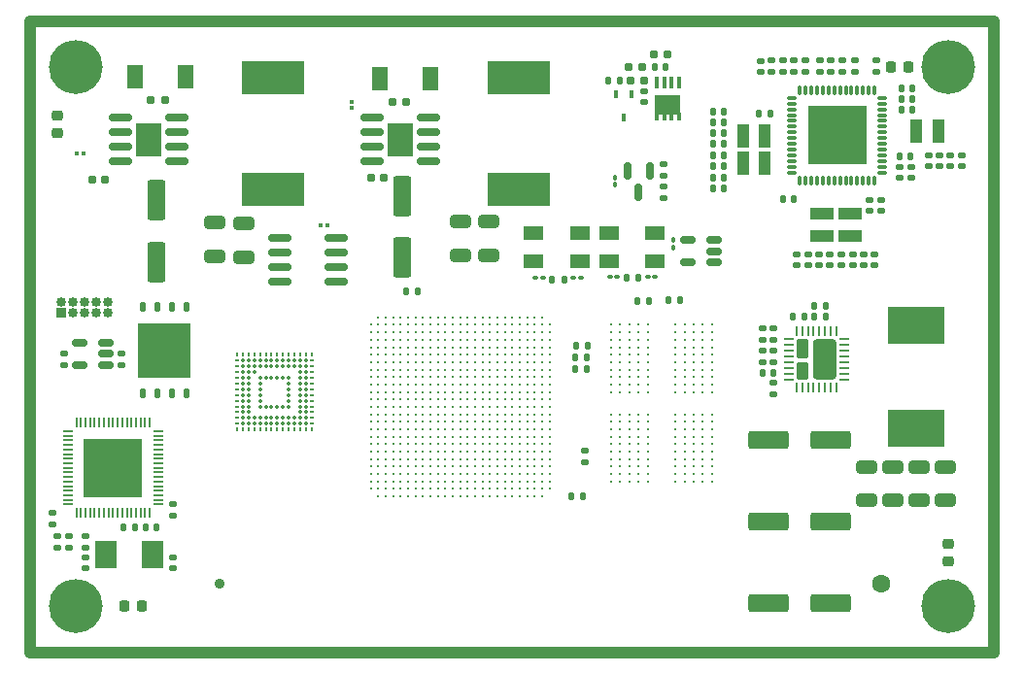
<source format=gbr>
%TF.GenerationSoftware,KiCad,Pcbnew,7.99.0-2419-g7f14b70ac3*%
%TF.CreationDate,2023-09-02T02:09:12+02:00*%
%TF.ProjectId,DQBSC,44514253-432e-46b6-9963-61645f706362,rev?*%
%TF.SameCoordinates,Original*%
%TF.FileFunction,Soldermask,Top*%
%TF.FilePolarity,Negative*%
%FSLAX46Y46*%
G04 Gerber Fmt 4.6, Leading zero omitted, Abs format (unit mm)*
G04 Created by KiCad (PCBNEW 7.99.0-2419-g7f14b70ac3) date 2023-09-02 02:09:12*
%MOMM*%
%LPD*%
G01*
G04 APERTURE LIST*
G04 Aperture macros list*
%AMRoundRect*
0 Rectangle with rounded corners*
0 $1 Rounding radius*
0 $2 $3 $4 $5 $6 $7 $8 $9 X,Y pos of 4 corners*
0 Add a 4 corners polygon primitive as box body*
4,1,4,$2,$3,$4,$5,$6,$7,$8,$9,$2,$3,0*
0 Add four circle primitives for the rounded corners*
1,1,$1+$1,$2,$3*
1,1,$1+$1,$4,$5*
1,1,$1+$1,$6,$7*
1,1,$1+$1,$8,$9*
0 Add four rect primitives between the rounded corners*
20,1,$1+$1,$2,$3,$4,$5,0*
20,1,$1+$1,$4,$5,$6,$7,0*
20,1,$1+$1,$6,$7,$8,$9,0*
20,1,$1+$1,$8,$9,$2,$3,0*%
G04 Aperture macros list end*
%ADD10C,1.000000*%
%ADD11RoundRect,0.135000X0.185000X-0.135000X0.185000X0.135000X-0.185000X0.135000X-0.185000X-0.135000X0*%
%ADD12R,0.850000X0.850000*%
%ADD13O,0.850000X0.850000*%
%ADD14RoundRect,0.135000X-0.135000X-0.185000X0.135000X-0.185000X0.135000X0.185000X-0.135000X0.185000X0*%
%ADD15RoundRect,0.125000X-0.125000X0.262500X-0.125000X-0.262500X0.125000X-0.262500X0.125000X0.262500X0*%
%ADD16R,4.600000X4.700000*%
%ADD17RoundRect,0.150000X0.512500X0.150000X-0.512500X0.150000X-0.512500X-0.150000X0.512500X-0.150000X0*%
%ADD18RoundRect,0.140000X-0.170000X0.140000X-0.170000X-0.140000X0.170000X-0.140000X0.170000X0.140000X0*%
%ADD19RoundRect,0.140000X0.140000X0.170000X-0.140000X0.170000X-0.140000X-0.170000X0.140000X-0.170000X0*%
%ADD20R,5.400000X2.900000*%
%ADD21RoundRect,0.135000X-0.185000X0.135000X-0.185000X-0.135000X0.185000X-0.135000X0.185000X0.135000X0*%
%ADD22RoundRect,0.140000X0.170000X-0.140000X0.170000X0.140000X-0.170000X0.140000X-0.170000X-0.140000X0*%
%ADD23R,2.000000X1.100000*%
%ADD24RoundRect,0.140000X-0.140000X-0.170000X0.140000X-0.170000X0.140000X0.170000X-0.140000X0.170000X0*%
%ADD25RoundRect,0.150000X-0.150000X0.587500X-0.150000X-0.587500X0.150000X-0.587500X0.150000X0.587500X0*%
%ADD26RoundRect,0.062500X-0.375000X-0.062500X0.375000X-0.062500X0.375000X0.062500X-0.375000X0.062500X0*%
%ADD27RoundRect,0.062500X-0.062500X-0.375000X0.062500X-0.375000X0.062500X0.375000X-0.062500X0.375000X0*%
%ADD28RoundRect,0.106599X0.418401X0.723401X-0.418401X0.723401X-0.418401X-0.723401X0.418401X-0.723401X0*%
%ADD29RoundRect,0.106599X0.418401X0.633401X-0.418401X0.633401X-0.418401X-0.633401X0.418401X-0.633401X0*%
%ADD30RoundRect,0.200000X0.785000X-1.540000X0.785000X1.540000X-0.785000X1.540000X-0.785000X-1.540000X0*%
%ADD31C,0.270000*%
%ADD32RoundRect,0.150000X-0.825000X-0.150000X0.825000X-0.150000X0.825000X0.150000X-0.825000X0.150000X0*%
%ADD33R,2.290000X3.000000*%
%ADD34RoundRect,0.160000X0.197500X0.160000X-0.197500X0.160000X-0.197500X-0.160000X0.197500X-0.160000X0*%
%ADD35RoundRect,0.250000X-0.650000X0.325000X-0.650000X-0.325000X0.650000X-0.325000X0.650000X0.325000X0*%
%ADD36RoundRect,0.135000X0.135000X0.185000X-0.135000X0.185000X-0.135000X-0.185000X0.135000X-0.185000X0*%
%ADD37R,1.100000X2.000000*%
%ADD38R,1.400000X2.100000*%
%ADD39RoundRect,0.225000X0.225000X0.250000X-0.225000X0.250000X-0.225000X-0.250000X0.225000X-0.250000X0*%
%ADD40RoundRect,0.100000X-0.100000X0.130000X-0.100000X-0.130000X0.100000X-0.130000X0.100000X0.130000X0*%
%ADD41RoundRect,0.250000X1.500000X0.550000X-1.500000X0.550000X-1.500000X-0.550000X1.500000X-0.550000X0*%
%ADD42RoundRect,0.100000X-0.130000X-0.100000X0.130000X-0.100000X0.130000X0.100000X-0.130000X0.100000X0*%
%ADD43O,0.200000X0.350000*%
%ADD44O,0.350000X0.200000*%
%ADD45C,0.350000*%
%ADD46RoundRect,0.100000X0.130000X0.100000X-0.130000X0.100000X-0.130000X-0.100000X0.130000X-0.100000X0*%
%ADD47C,3.100000*%
%ADD48C,4.700000*%
%ADD49RoundRect,0.225000X0.250000X-0.225000X0.250000X0.225000X-0.250000X0.225000X-0.250000X-0.225000X0*%
%ADD50RoundRect,0.250000X-0.550000X1.500000X-0.550000X-1.500000X0.550000X-1.500000X0.550000X1.500000X0*%
%ADD51R,4.950000X3.175000*%
%ADD52C,0.330200*%
%ADD53RoundRect,0.067500X-0.357500X-0.067500X0.357500X-0.067500X0.357500X0.067500X-0.357500X0.067500X0*%
%ADD54RoundRect,0.067500X-0.067500X0.357500X-0.067500X-0.357500X0.067500X-0.357500X0.067500X0.357500X0*%
%ADD55R,5.060000X5.200000*%
%ADD56RoundRect,0.225000X-0.225000X-0.250000X0.225000X-0.250000X0.225000X0.250000X-0.225000X0.250000X0*%
%ADD57R,0.405000X0.990000*%
%ADD58R,2.235000X1.725000*%
%ADD59R,0.406250X0.760000*%
%ADD60R,1.900000X2.400000*%
%ADD61R,0.360000X0.320000*%
%ADD62RoundRect,0.100000X0.100000X-0.130000X0.100000X0.130000X-0.100000X0.130000X-0.100000X-0.130000X0*%
%ADD63RoundRect,0.050000X0.362500X0.050000X-0.362500X0.050000X-0.362500X-0.050000X0.362500X-0.050000X0*%
%ADD64RoundRect,0.050000X0.050000X0.362500X-0.050000X0.362500X-0.050000X-0.362500X0.050000X-0.362500X0*%
%ADD65R,5.200000X5.200000*%
%ADD66R,0.320000X0.360000*%
%ADD67RoundRect,0.225000X-0.250000X0.225000X-0.250000X-0.225000X0.250000X-0.225000X0.250000X0.225000X0*%
%ADD68R,1.800000X1.200000*%
%ADD69RoundRect,0.155000X-0.212500X-0.155000X0.212500X-0.155000X0.212500X0.155000X-0.212500X0.155000X0*%
%ADD70R,0.450000X0.700000*%
%ADD71RoundRect,0.155000X0.212500X0.155000X-0.212500X0.155000X-0.212500X-0.155000X0.212500X-0.155000X0*%
%ADD72C,1.600000*%
%ADD73C,0.900000*%
G04 APERTURE END LIST*
D10*
X57565481Y-77545014D02*
X141565481Y-77545014D01*
X141565481Y-132545014D01*
X57565481Y-132545014D01*
X57565481Y-77545014D01*
D11*
%TO.C,R49*%
X59543462Y-121380028D03*
X59543462Y-120360028D03*
%TD*%
D12*
%TO.C,J2*%
X60309281Y-102983614D03*
D13*
X60309281Y-101983614D03*
X61309281Y-102983614D03*
X61309281Y-101983614D03*
X62309281Y-102983614D03*
X62309281Y-101983614D03*
X63309281Y-102983614D03*
X63309281Y-101983614D03*
X64309281Y-102983614D03*
X64309281Y-101983614D03*
%TD*%
D14*
%TO.C,R70*%
X104723000Y-118960000D03*
X105743000Y-118960000D03*
%TD*%
D15*
%TO.C,U6*%
X71181000Y-102462400D03*
X69911000Y-102462400D03*
X68641000Y-102462400D03*
X67371000Y-102462400D03*
X67371000Y-109962400D03*
X68641000Y-109962400D03*
X69911000Y-109962400D03*
X71181000Y-109962400D03*
D16*
X69276000Y-106212400D03*
%TD*%
D17*
%TO.C,U12*%
X117182200Y-98538400D03*
X117182200Y-97588400D03*
X117182200Y-96638400D03*
X114907200Y-96638400D03*
X114907200Y-98538400D03*
%TD*%
D18*
%TO.C,C308*%
X122343462Y-109070028D03*
X122343462Y-110030028D03*
%TD*%
D19*
%TO.C,C290*%
X124120000Y-93030400D03*
X123160000Y-93030400D03*
%TD*%
D11*
%TO.C,R27*%
X122318462Y-105355028D03*
X122318462Y-104335028D03*
%TD*%
D18*
%TO.C,C191*%
X62393462Y-124280028D03*
X62393462Y-125240028D03*
%TD*%
D20*
%TO.C,L11*%
X100153000Y-82487000D03*
X100153000Y-92187000D03*
%TD*%
D19*
%TO.C,C234*%
X118023462Y-92112527D03*
X117063462Y-92112527D03*
%TD*%
D18*
%TO.C,C328*%
X60943462Y-122445014D03*
X60943462Y-123405014D03*
%TD*%
%TO.C,C237*%
X129243462Y-97877528D03*
X129243462Y-98837528D03*
%TD*%
D21*
%TO.C,R40*%
X62380962Y-122385014D03*
X62380962Y-123405014D03*
%TD*%
D22*
%TO.C,C321*%
X111093000Y-84608000D03*
X111093000Y-83648000D03*
%TD*%
D11*
%TO.C,R81*%
X129458462Y-81970028D03*
X129458462Y-80950028D03*
%TD*%
D18*
%TO.C,C238*%
X130193462Y-97877528D03*
X130193462Y-98837528D03*
%TD*%
%TO.C,C242*%
X137780000Y-89230400D03*
X137780000Y-90190400D03*
%TD*%
%TO.C,C281*%
X130755962Y-93090028D03*
X130755962Y-94050028D03*
%TD*%
D23*
%TO.C,L25*%
X126593462Y-94325028D03*
X126593462Y-96225028D03*
%TD*%
D24*
%TO.C,C283*%
X133505962Y-85270028D03*
X134465962Y-85270028D03*
%TD*%
D25*
%TO.C,U11*%
X111540481Y-90557514D03*
X109640481Y-90557514D03*
X110590481Y-92432514D03*
%TD*%
D26*
%TO.C,U2*%
X123655962Y-105270028D03*
X123655962Y-105770028D03*
X123655962Y-106270028D03*
X123655962Y-106770028D03*
X123655962Y-107270028D03*
X123655962Y-107770028D03*
X123655962Y-108270028D03*
X123655962Y-108770028D03*
D27*
X124343462Y-109457528D03*
X124843462Y-109457528D03*
X125343462Y-109457528D03*
X125843462Y-109457528D03*
X126343462Y-109457528D03*
X126843462Y-109457528D03*
X127343462Y-109457528D03*
X127843462Y-109457528D03*
D26*
X128530962Y-108770028D03*
X128530962Y-108270028D03*
X128530962Y-107770028D03*
X128530962Y-107270028D03*
X128530962Y-106770028D03*
X128530962Y-106270028D03*
X128530962Y-105770028D03*
X128530962Y-105270028D03*
D27*
X127843462Y-104582528D03*
X127343462Y-104582528D03*
X126843462Y-104582528D03*
X126343462Y-104582528D03*
X125843462Y-104582528D03*
X125343462Y-104582528D03*
X124843462Y-104582528D03*
X124343462Y-104582528D03*
D28*
X124878462Y-106110028D03*
D29*
X124878462Y-108020028D03*
D30*
X126848462Y-107020028D03*
%TD*%
D19*
%TO.C,C309*%
X122373462Y-108170028D03*
X121413462Y-108170028D03*
%TD*%
D11*
%TO.C,R32*%
X122318462Y-107280028D03*
X122318462Y-106260028D03*
%TD*%
D31*
%TO.C,U3*%
X108195000Y-104005400D03*
X108995000Y-104005400D03*
X109795000Y-104005400D03*
X110595000Y-104005400D03*
X111395000Y-104005400D03*
X113795000Y-104005400D03*
X114595000Y-104005400D03*
X115395000Y-104005400D03*
X116195000Y-104005400D03*
X116995000Y-104005400D03*
X108195000Y-117005400D03*
X108995000Y-117005400D03*
X109795000Y-117005400D03*
X110595000Y-117005400D03*
X111395000Y-117005400D03*
X113795000Y-117005400D03*
X114595000Y-117005400D03*
X115395000Y-117005400D03*
X116195000Y-117005400D03*
X116995000Y-117005400D03*
X108195000Y-117655400D03*
X108995000Y-117655400D03*
X109795000Y-117655400D03*
X110595000Y-117655400D03*
X111395000Y-117655400D03*
X113795000Y-117655400D03*
X114595000Y-117655400D03*
X115395000Y-117655400D03*
X116195000Y-117655400D03*
X116995000Y-117655400D03*
X108195000Y-104655400D03*
X108995000Y-104655400D03*
X109795000Y-104655400D03*
X110595000Y-104655400D03*
X111395000Y-104655400D03*
X113795000Y-104655400D03*
X114595000Y-104655400D03*
X115395000Y-104655400D03*
X116195000Y-104655400D03*
X116995000Y-104655400D03*
X108195000Y-105305400D03*
X108995000Y-105305400D03*
X109795000Y-105305400D03*
X110595000Y-105305400D03*
X111395000Y-105305400D03*
X113795000Y-105305400D03*
X114595000Y-105305400D03*
X115395000Y-105305400D03*
X116195000Y-105305400D03*
X116995000Y-105305400D03*
X108195000Y-105955400D03*
X108995000Y-105955400D03*
X109795000Y-105955400D03*
X110595000Y-105955400D03*
X111395000Y-105955400D03*
X113795000Y-105955400D03*
X114595000Y-105955400D03*
X115395000Y-105955400D03*
X116195000Y-105955400D03*
X116995000Y-105955400D03*
X108195000Y-106605400D03*
X108995000Y-106605400D03*
X109795000Y-106605400D03*
X110595000Y-106605400D03*
X111395000Y-106605400D03*
X113795000Y-106605400D03*
X114595000Y-106605400D03*
X115395000Y-106605400D03*
X116195000Y-106605400D03*
X116995000Y-106605400D03*
X108195000Y-107255400D03*
X108995000Y-107255400D03*
X109795000Y-107255400D03*
X110595000Y-107255400D03*
X111395000Y-107255400D03*
X113795000Y-107255400D03*
X114595000Y-107255400D03*
X115395000Y-107255400D03*
X116195000Y-107255400D03*
X116995000Y-107255400D03*
X108195000Y-107905400D03*
X108995000Y-107905400D03*
X109795000Y-107905400D03*
X110595000Y-107905400D03*
X111395000Y-107905400D03*
X113795000Y-107905400D03*
X114595000Y-107905400D03*
X115395000Y-107905400D03*
X116195000Y-107905400D03*
X116995000Y-107905400D03*
X108195000Y-108555400D03*
X108995000Y-108555400D03*
X109795000Y-108555400D03*
X110595000Y-108555400D03*
X111395000Y-108555400D03*
X113795000Y-108555400D03*
X114595000Y-108555400D03*
X115395000Y-108555400D03*
X116195000Y-108555400D03*
X116995000Y-108555400D03*
X108195000Y-109205400D03*
X108995000Y-109205400D03*
X109795000Y-109205400D03*
X110595000Y-109205400D03*
X111395000Y-109205400D03*
X113795000Y-109205400D03*
X114595000Y-109205400D03*
X115395000Y-109205400D03*
X116195000Y-109205400D03*
X116995000Y-109205400D03*
X108195000Y-109855400D03*
X108995000Y-109855400D03*
X109795000Y-109855400D03*
X110595000Y-109855400D03*
X111395000Y-109855400D03*
X113795000Y-109855400D03*
X114595000Y-109855400D03*
X115395000Y-109855400D03*
X116195000Y-109855400D03*
X116995000Y-109855400D03*
X108195000Y-111805400D03*
X108995000Y-111805400D03*
X109795000Y-111805400D03*
X110595000Y-111805400D03*
X111395000Y-111805400D03*
X113795000Y-111805400D03*
X114595000Y-111805400D03*
X115395000Y-111805400D03*
X116195000Y-111805400D03*
X116995000Y-111805400D03*
X108195000Y-112455400D03*
X108995000Y-112455400D03*
X109795000Y-112455400D03*
X110595000Y-112455400D03*
X111395000Y-112455400D03*
X113795000Y-112455400D03*
X114595000Y-112455400D03*
X115395000Y-112455400D03*
X116195000Y-112455400D03*
X116995000Y-112455400D03*
X108195000Y-113105400D03*
X108995000Y-113105400D03*
X109795000Y-113105400D03*
X110595000Y-113105400D03*
X111395000Y-113105400D03*
X113795000Y-113105400D03*
X114595000Y-113105400D03*
X115395000Y-113105400D03*
X116195000Y-113105400D03*
X116995000Y-113105400D03*
X108195000Y-113755400D03*
X108995000Y-113755400D03*
X109795000Y-113755400D03*
X110595000Y-113755400D03*
X111395000Y-113755400D03*
X113795000Y-113755400D03*
X114595000Y-113755400D03*
X115395000Y-113755400D03*
X116195000Y-113755400D03*
X116995000Y-113755400D03*
X108195000Y-114405400D03*
X108995000Y-114405400D03*
X109795000Y-114405400D03*
X110595000Y-114405400D03*
X111395000Y-114405400D03*
X113795000Y-114405400D03*
X114595000Y-114405400D03*
X115395000Y-114405400D03*
X116195000Y-114405400D03*
X116995000Y-114405400D03*
X108195000Y-115055400D03*
X108995000Y-115055400D03*
X109795000Y-115055400D03*
X110595000Y-115055400D03*
X111395000Y-115055400D03*
X113795000Y-115055400D03*
X114595000Y-115055400D03*
X115395000Y-115055400D03*
X116195000Y-115055400D03*
X116995000Y-115055400D03*
X108195000Y-115705400D03*
X108995000Y-115705400D03*
X109795000Y-115705400D03*
X110595000Y-115705400D03*
X111395000Y-115705400D03*
X113795000Y-115705400D03*
X114595000Y-115705400D03*
X115395000Y-115705400D03*
X116195000Y-115705400D03*
X116995000Y-115705400D03*
X108195000Y-116355400D03*
X108995000Y-116355400D03*
X109795000Y-116355400D03*
X110595000Y-116355400D03*
X111395000Y-116355400D03*
X113795000Y-116355400D03*
X114595000Y-116355400D03*
X115395000Y-116355400D03*
X116195000Y-116355400D03*
X116995000Y-116355400D03*
%TD*%
D32*
%TO.C,U9*%
X65420000Y-85940000D03*
X65420000Y-87210000D03*
X65420000Y-88480000D03*
X65420000Y-89750000D03*
X70370000Y-89750000D03*
X70370000Y-88480000D03*
X70370000Y-87210000D03*
X70370000Y-85940000D03*
D33*
X67895000Y-87845000D03*
%TD*%
D34*
%TO.C,R36*%
X111090500Y-82728000D03*
X109895500Y-82728000D03*
%TD*%
D21*
%TO.C,R57*%
X124143462Y-80935028D03*
X124143462Y-81955028D03*
%TD*%
D35*
%TO.C,C53*%
X130443462Y-116370028D03*
X130443462Y-119320028D03*
%TD*%
D36*
%TO.C,R12*%
X111503000Y-101924200D03*
X110483000Y-101924200D03*
%TD*%
D35*
%TO.C,C71*%
X76150000Y-95133000D03*
X76150000Y-98083000D03*
%TD*%
D37*
%TO.C,L15*%
X121568462Y-87525028D03*
X119668462Y-87525028D03*
%TD*%
D38*
%TO.C,D3*%
X71111000Y-82384000D03*
X66711000Y-82384000D03*
%TD*%
D32*
%TO.C,U26*%
X79315000Y-96455400D03*
X79315000Y-97725400D03*
X79315000Y-98995400D03*
X79315000Y-100265400D03*
X84265000Y-100265400D03*
X84265000Y-98995400D03*
X84265000Y-97725400D03*
X84265000Y-96455400D03*
%TD*%
D39*
%TO.C,C3*%
X134115481Y-81545014D03*
X132565481Y-81545014D03*
%TD*%
D40*
%TO.C,C198*%
X113611800Y-96638400D03*
X113611800Y-97278400D03*
%TD*%
D19*
%TO.C,C232*%
X118023462Y-90175861D03*
X117063462Y-90175861D03*
%TD*%
D11*
%TO.C,R23*%
X123193462Y-81955028D03*
X123193462Y-80935028D03*
%TD*%
D41*
%TO.C,C54*%
X127293462Y-121170028D03*
X121893462Y-121170028D03*
%TD*%
D37*
%TO.C,L24*%
X134818462Y-87125028D03*
X136718462Y-87125028D03*
%TD*%
D35*
%TO.C,C77*%
X95073000Y-95006000D03*
X95073000Y-97956000D03*
%TD*%
D19*
%TO.C,C231*%
X118023462Y-89207528D03*
X117063462Y-89207528D03*
%TD*%
D18*
%TO.C,C282*%
X131705962Y-93090028D03*
X131705962Y-94050028D03*
%TD*%
%TO.C,C288*%
X128318462Y-80965028D03*
X128318462Y-81925028D03*
%TD*%
D42*
%TO.C,C196*%
X111390000Y-99783000D03*
X112030000Y-99783000D03*
%TD*%
D22*
%TO.C,C313*%
X65565481Y-107495014D03*
X65565481Y-106535014D03*
%TD*%
D37*
%TO.C,L22*%
X121568462Y-89925028D03*
X119668462Y-89925028D03*
%TD*%
D43*
%TO.C,U4*%
X75600000Y-106625000D03*
X76100000Y-106625000D03*
X76600000Y-106625000D03*
X77100000Y-106625000D03*
X77600000Y-106625000D03*
X78100000Y-106625000D03*
X78600000Y-106625000D03*
X79100000Y-106625000D03*
X79600000Y-106625000D03*
X80100000Y-106625000D03*
X80600000Y-106625000D03*
X81100000Y-106625000D03*
X81600000Y-106625000D03*
X82100000Y-106625000D03*
D44*
X75600000Y-107125000D03*
D45*
X76100000Y-107125000D03*
X76600000Y-107125000D03*
X77100000Y-107125000D03*
X77600000Y-107125000D03*
X78100000Y-107125000D03*
X78600000Y-107125000D03*
X79100000Y-107125000D03*
X79600000Y-107125000D03*
X80100000Y-107125000D03*
X80600000Y-107125000D03*
X81100000Y-107125000D03*
X81600000Y-107125000D03*
D44*
X82100000Y-107125000D03*
X75600000Y-107625000D03*
D45*
X76100000Y-107625000D03*
X76600000Y-107625000D03*
X77100000Y-107625000D03*
X77600000Y-107625000D03*
X78100000Y-107625000D03*
X78600000Y-107625000D03*
X79100000Y-107625000D03*
X79600000Y-107625000D03*
X80100000Y-107625000D03*
X80600000Y-107625000D03*
X81100000Y-107625000D03*
X81600000Y-107625000D03*
D44*
X82100000Y-107625000D03*
X75600000Y-108125000D03*
D45*
X76100000Y-108125000D03*
X76600000Y-108125000D03*
X77100000Y-108125000D03*
X81100000Y-108125000D03*
X81600000Y-108125000D03*
D44*
X82100000Y-108125000D03*
X75600000Y-108625000D03*
D45*
X76100000Y-108625000D03*
X76600000Y-108625000D03*
X77600000Y-108625000D03*
X78100000Y-108625000D03*
X78600000Y-108625000D03*
X79100000Y-108625000D03*
X79600000Y-108625000D03*
X80100000Y-108625000D03*
X81100000Y-108625000D03*
X81600000Y-108625000D03*
D44*
X82100000Y-108625000D03*
X75600000Y-109125000D03*
D45*
X76100000Y-109125000D03*
X76600000Y-109125000D03*
X77600000Y-109125000D03*
X80100000Y-109125000D03*
X81100000Y-109125000D03*
X81600000Y-109125000D03*
D44*
X82100000Y-109125000D03*
X75600000Y-109625000D03*
D45*
X76100000Y-109625000D03*
X76600000Y-109625000D03*
X77600000Y-109625000D03*
X80100000Y-109625000D03*
X81100000Y-109625000D03*
X81600000Y-109625000D03*
D44*
X82100000Y-109625000D03*
X75600000Y-110125000D03*
D45*
X76100000Y-110125000D03*
X76600000Y-110125000D03*
X77600000Y-110125000D03*
X80100000Y-110125000D03*
X81100000Y-110125000D03*
X81600000Y-110125000D03*
D44*
X82100000Y-110125000D03*
X75600000Y-110625000D03*
D45*
X76100000Y-110625000D03*
X76600000Y-110625000D03*
X77600000Y-110625000D03*
X80100000Y-110625000D03*
X81100000Y-110625000D03*
X81600000Y-110625000D03*
D44*
X82100000Y-110625000D03*
X75600000Y-111125000D03*
D45*
X76100000Y-111125000D03*
X76600000Y-111125000D03*
X77600000Y-111125000D03*
X78100000Y-111125000D03*
X78600000Y-111125000D03*
X79100000Y-111125000D03*
X79600000Y-111125000D03*
X80100000Y-111125000D03*
X81100000Y-111125000D03*
X81600000Y-111125000D03*
D44*
X82100000Y-111125000D03*
X75600000Y-111625000D03*
D45*
X76100000Y-111625000D03*
X76600000Y-111625000D03*
X81100000Y-111625000D03*
X81600000Y-111625000D03*
D44*
X82100000Y-111625000D03*
X75600000Y-112125000D03*
D45*
X76100000Y-112125000D03*
X76600000Y-112125000D03*
X77100000Y-112125000D03*
X77600000Y-112125000D03*
X78100000Y-112125000D03*
X78600000Y-112125000D03*
X79100000Y-112125000D03*
X79600000Y-112125000D03*
X80100000Y-112125000D03*
X80600000Y-112125000D03*
X81100000Y-112125000D03*
X81600000Y-112125000D03*
D44*
X82100000Y-112125000D03*
X75600000Y-112625000D03*
D45*
X76100000Y-112625000D03*
X76600000Y-112625000D03*
X77100000Y-112625000D03*
X77600000Y-112625000D03*
X78100000Y-112625000D03*
X78600000Y-112625000D03*
X79100000Y-112625000D03*
X79600000Y-112625000D03*
X80100000Y-112625000D03*
X80600000Y-112625000D03*
X81100000Y-112625000D03*
X81600000Y-112625000D03*
D44*
X82100000Y-112625000D03*
D43*
X75600000Y-113125000D03*
X76100000Y-113125000D03*
X76600000Y-113125000D03*
X77100000Y-113125000D03*
X77600000Y-113125000D03*
X78100000Y-113125000D03*
X78600000Y-113125000D03*
X79100000Y-113125000D03*
X79600000Y-113125000D03*
X80100000Y-113125000D03*
X80600000Y-113125000D03*
X81100000Y-113125000D03*
X81600000Y-113125000D03*
X82100000Y-113125000D03*
%TD*%
D21*
%TO.C,R24*%
X122193462Y-80935028D03*
X122193462Y-81955028D03*
%TD*%
D41*
%TO.C,C46*%
X127293462Y-114070028D03*
X121893462Y-114070028D03*
%TD*%
D34*
%TO.C,C62*%
X90336500Y-84543000D03*
X89141500Y-84543000D03*
%TD*%
D38*
%TO.C,D4*%
X92447000Y-82511000D03*
X88047000Y-82511000D03*
%TD*%
D20*
%TO.C,L10*%
X78690000Y-82487000D03*
X78690000Y-92187000D03*
%TD*%
D11*
%TO.C,R31*%
X121368462Y-107280028D03*
X121368462Y-106260028D03*
%TD*%
D23*
%TO.C,L23*%
X128993462Y-94325028D03*
X128993462Y-96225028D03*
%TD*%
D46*
%TO.C,C193*%
X102251000Y-99910000D03*
X101611000Y-99910000D03*
%TD*%
D19*
%TO.C,C228*%
X118023462Y-87307528D03*
X117063462Y-87307528D03*
%TD*%
D47*
%TO.C,H3*%
X61565481Y-81545014D03*
D48*
X61565481Y-81545014D03*
%TD*%
D14*
%TO.C,R2*%
X90310000Y-101080400D03*
X91330000Y-101080400D03*
%TD*%
D49*
%TO.C,C6*%
X137567200Y-124662600D03*
X137567200Y-123112600D03*
%TD*%
D14*
%TO.C,R6*%
X105068800Y-106882400D03*
X106088800Y-106882400D03*
%TD*%
D18*
%TO.C,C277*%
X127243462Y-97877528D03*
X127243462Y-98837528D03*
%TD*%
D19*
%TO.C,C285*%
X134465962Y-83370028D03*
X133505962Y-83370028D03*
%TD*%
D50*
%TO.C,C66*%
X68565481Y-93170014D03*
X68565481Y-98570014D03*
%TD*%
D14*
%TO.C,R39*%
X65727862Y-121642828D03*
X66747862Y-121642828D03*
%TD*%
D47*
%TO.C,H1*%
X137565481Y-81545014D03*
D48*
X137565481Y-81545014D03*
%TD*%
D22*
%TO.C,C291*%
X121193462Y-81945028D03*
X121193462Y-80985028D03*
%TD*%
D35*
%TO.C,C52*%
X132743462Y-116370028D03*
X132743462Y-119320028D03*
%TD*%
D14*
%TO.C,R26*%
X125883462Y-102345028D03*
X126903462Y-102345028D03*
%TD*%
D51*
%TO.C,L9*%
X134793462Y-104012528D03*
X134793462Y-113027528D03*
%TD*%
D52*
%TO.C,U1*%
X87245000Y-118305400D03*
X87245000Y-117655400D03*
X87245000Y-117005400D03*
X87245000Y-116355400D03*
X87245000Y-115705400D03*
X87245000Y-115055400D03*
X87245000Y-114405400D03*
X87245000Y-113755400D03*
X87245000Y-113105400D03*
X87245000Y-112455400D03*
X87245000Y-111805400D03*
X87245000Y-111155400D03*
X87245000Y-110505400D03*
X87245000Y-109855400D03*
X87245000Y-109205400D03*
X87245000Y-108555400D03*
X87245000Y-107905400D03*
X87245000Y-107255400D03*
X87245000Y-106605400D03*
X87245000Y-105955400D03*
X87245000Y-105305400D03*
X87245000Y-104655400D03*
X87245000Y-104005400D03*
X100245000Y-118955400D03*
X100245000Y-118305400D03*
X100245000Y-117655400D03*
X100245000Y-117005400D03*
X100245000Y-116355400D03*
X100245000Y-115705400D03*
X100245000Y-115055400D03*
X100245000Y-114405400D03*
X100245000Y-113755400D03*
X100245000Y-113105400D03*
X100245000Y-112455400D03*
X100245000Y-111805400D03*
X100245000Y-111155400D03*
X100245000Y-110505400D03*
X100245000Y-109855400D03*
X100245000Y-109205400D03*
X100245000Y-108555400D03*
X100245000Y-107905400D03*
X100245000Y-107255400D03*
X100245000Y-106605400D03*
X100245000Y-105955400D03*
X100245000Y-105305400D03*
X100245000Y-104655400D03*
X100245000Y-104005400D03*
X100245000Y-103355400D03*
X100895000Y-118955400D03*
X100895000Y-118305400D03*
X100895000Y-117655400D03*
X100895000Y-117005400D03*
X100895000Y-116355400D03*
X100895000Y-115705400D03*
X100895000Y-115055400D03*
X100895000Y-114405400D03*
X100895000Y-113755400D03*
X100895000Y-113105400D03*
X100895000Y-112455400D03*
X100895000Y-111805400D03*
X100895000Y-111155400D03*
X100895000Y-110505400D03*
X100895000Y-109855400D03*
X100895000Y-109205400D03*
X100895000Y-108555400D03*
X100895000Y-107905400D03*
X100895000Y-107255400D03*
X100895000Y-106605400D03*
X100895000Y-105955400D03*
X100895000Y-105305400D03*
X100895000Y-104655400D03*
X100895000Y-104005400D03*
X100895000Y-103355400D03*
X101545000Y-118955400D03*
X101545000Y-118305400D03*
X101545000Y-117655400D03*
X101545000Y-117005400D03*
X101545000Y-116355400D03*
X101545000Y-115705400D03*
X101545000Y-115055400D03*
X101545000Y-114405400D03*
X101545000Y-113755400D03*
X101545000Y-113105400D03*
X101545000Y-112455400D03*
X101545000Y-111805400D03*
X101545000Y-111155400D03*
X101545000Y-110505400D03*
X101545000Y-109855400D03*
X101545000Y-109205400D03*
X101545000Y-108555400D03*
X101545000Y-107905400D03*
X101545000Y-107255400D03*
X101545000Y-106605400D03*
X101545000Y-105955400D03*
X101545000Y-105305400D03*
X101545000Y-104655400D03*
X101545000Y-104005400D03*
X101545000Y-103355400D03*
X102195000Y-118955400D03*
X102195000Y-118305400D03*
X102195000Y-117655400D03*
X102195000Y-117005400D03*
X102195000Y-116355400D03*
X102195000Y-115705400D03*
X102195000Y-115055400D03*
X102195000Y-114405400D03*
X102195000Y-113755400D03*
X102195000Y-113105400D03*
X102195000Y-112455400D03*
X102195000Y-111805400D03*
X102195000Y-111155400D03*
X102195000Y-110505400D03*
X102195000Y-109855400D03*
X102195000Y-109205400D03*
X102195000Y-108555400D03*
X102195000Y-107905400D03*
X102195000Y-107255400D03*
X102195000Y-106605400D03*
X102195000Y-105955400D03*
X102195000Y-105305400D03*
X102195000Y-104655400D03*
X102195000Y-104005400D03*
X102195000Y-103355400D03*
X102845000Y-118305400D03*
X102845000Y-117655400D03*
X102845000Y-117005400D03*
X102845000Y-116355400D03*
X102845000Y-115705400D03*
X102845000Y-115055400D03*
X102845000Y-114405400D03*
X102845000Y-113755400D03*
X102845000Y-113105400D03*
X102845000Y-112455400D03*
X102845000Y-111805400D03*
X102845000Y-111155400D03*
X102845000Y-110505400D03*
X102845000Y-109855400D03*
X102845000Y-109205400D03*
X102845000Y-108555400D03*
X102845000Y-107905400D03*
X102845000Y-107255400D03*
X102845000Y-106605400D03*
X102845000Y-105955400D03*
X102845000Y-105305400D03*
X102845000Y-104655400D03*
X102845000Y-104005400D03*
X87895000Y-118955400D03*
X87895000Y-118305400D03*
X87895000Y-117655400D03*
X87895000Y-117005400D03*
X87895000Y-116355400D03*
X87895000Y-115705400D03*
X87895000Y-115055400D03*
X87895000Y-114405400D03*
X87895000Y-113755400D03*
X87895000Y-113105400D03*
X87895000Y-112455400D03*
X87895000Y-111805400D03*
X87895000Y-111155400D03*
X87895000Y-110505400D03*
X87895000Y-109855400D03*
X87895000Y-109205400D03*
X87895000Y-108555400D03*
X87895000Y-107905400D03*
X87895000Y-107255400D03*
X87895000Y-106605400D03*
X87895000Y-105955400D03*
X87895000Y-105305400D03*
X87895000Y-104655400D03*
X87895000Y-104005400D03*
X87895000Y-103355400D03*
X88545000Y-118955400D03*
X88545000Y-118305400D03*
X88545000Y-117655400D03*
X88545000Y-117005400D03*
X88545000Y-116355400D03*
X88545000Y-115705400D03*
X88545000Y-115055400D03*
X88545000Y-114405400D03*
X88545000Y-113755400D03*
X88545000Y-113105400D03*
X88545000Y-112455400D03*
X88545000Y-111805400D03*
X88545000Y-111155400D03*
X88545000Y-110505400D03*
X88545000Y-109855400D03*
X88545000Y-109205400D03*
X88545000Y-108555400D03*
X88545000Y-107905400D03*
X88545000Y-107255400D03*
X88545000Y-106605400D03*
X88545000Y-105955400D03*
X88545000Y-105305400D03*
X88545000Y-104655400D03*
X88545000Y-104005400D03*
X88545000Y-103355400D03*
X89195000Y-118955400D03*
X89195000Y-118305400D03*
X89195000Y-117655400D03*
X89195000Y-117005400D03*
X89195000Y-116355400D03*
X89195000Y-115705400D03*
X89195000Y-115055400D03*
X89195000Y-114405400D03*
X89195000Y-113755400D03*
X89195000Y-113105400D03*
X89195000Y-112455400D03*
X89195000Y-111805400D03*
X89195000Y-111155400D03*
X89195000Y-110505400D03*
X89195000Y-109855400D03*
X89195000Y-109205400D03*
X89195000Y-108555400D03*
X89195000Y-107905400D03*
X89195000Y-107255400D03*
X89195000Y-106605400D03*
X89195000Y-105955400D03*
X89195000Y-105305400D03*
X89195000Y-104655400D03*
X89195000Y-104005400D03*
X89195000Y-103355400D03*
X89845000Y-118955400D03*
X89845000Y-118305400D03*
X89845000Y-117655400D03*
X89845000Y-117005400D03*
X89845000Y-116355400D03*
X89845000Y-115705400D03*
X89845000Y-115055400D03*
X89845000Y-114405400D03*
X89845000Y-113755400D03*
X89845000Y-113105400D03*
X89845000Y-112455400D03*
X89845000Y-111805400D03*
X89845000Y-111155400D03*
X89845000Y-110505400D03*
X89845000Y-109855400D03*
X89845000Y-109205400D03*
X89845000Y-108555400D03*
X89845000Y-107905400D03*
X89845000Y-107255400D03*
X89845000Y-106605400D03*
X89845000Y-105955400D03*
X89845000Y-105305400D03*
X89845000Y-104655400D03*
X89845000Y-104005400D03*
X89845000Y-103355400D03*
X90495000Y-118955400D03*
X90495000Y-118305400D03*
X90495000Y-117655400D03*
X90495000Y-117005400D03*
X90495000Y-116355400D03*
X90495000Y-115705400D03*
X90495000Y-115055400D03*
X90495000Y-114405400D03*
X90495000Y-113755400D03*
X90495000Y-113105400D03*
X90495000Y-112455400D03*
X90495000Y-111805400D03*
X90495000Y-111155400D03*
X90495000Y-110505400D03*
X90495000Y-109855400D03*
X90495000Y-109205400D03*
X90495000Y-108555400D03*
X90495000Y-107905400D03*
X90495000Y-107255400D03*
X90495000Y-106605400D03*
X90495000Y-105955400D03*
X90495000Y-105305400D03*
X90495000Y-104655400D03*
X90495000Y-104005400D03*
X90495000Y-103355400D03*
X91145000Y-118955400D03*
X91145000Y-118305400D03*
X91145000Y-117655400D03*
X91145000Y-117005400D03*
X91145000Y-116355400D03*
X91145000Y-115705400D03*
X91145000Y-115055400D03*
X91145000Y-114405400D03*
X91145000Y-113755400D03*
X91145000Y-113105400D03*
X91145000Y-112455400D03*
X91145000Y-111805400D03*
X91145000Y-111155400D03*
X91145000Y-110505400D03*
X91145000Y-109855400D03*
X91145000Y-109205400D03*
X91145000Y-108555400D03*
X91145000Y-107905400D03*
X91145000Y-107255400D03*
X91145000Y-106605400D03*
X91145000Y-105955400D03*
X91145000Y-105305400D03*
X91145000Y-104655400D03*
X91145000Y-104005400D03*
X91145000Y-103355400D03*
X91795000Y-118955400D03*
X91795000Y-118305400D03*
X91795000Y-117655400D03*
X91795000Y-117005400D03*
X91795000Y-116355400D03*
X91795000Y-115705400D03*
X91795000Y-115055400D03*
X91795000Y-114405400D03*
X91795000Y-113755400D03*
X91795000Y-113105400D03*
X91795000Y-112455400D03*
X91795000Y-111805400D03*
X91795000Y-111155400D03*
X91795000Y-110505400D03*
X91795000Y-109855400D03*
X91795000Y-109205400D03*
X91795000Y-108555400D03*
X91795000Y-107905400D03*
X91795000Y-107255400D03*
X91795000Y-106605400D03*
X91795000Y-105955400D03*
X91795000Y-105305400D03*
X91795000Y-104655400D03*
X91795000Y-104005400D03*
X91795000Y-103355400D03*
X92445000Y-118955400D03*
X92445000Y-118305400D03*
X92445000Y-117655400D03*
X92445000Y-117005400D03*
X92445000Y-116355400D03*
X92445000Y-115705400D03*
X92445000Y-115055400D03*
X92445000Y-114405400D03*
X92445000Y-113755400D03*
X92445000Y-113105400D03*
X92445000Y-112455400D03*
X92445000Y-111805400D03*
X92445000Y-111155400D03*
X92445000Y-110505400D03*
X92445000Y-109855400D03*
X92445000Y-109205400D03*
X92445000Y-108555400D03*
X92445000Y-107905400D03*
X92445000Y-107255400D03*
X92445000Y-106605400D03*
X92445000Y-105955400D03*
X92445000Y-105305400D03*
X92445000Y-104655400D03*
X92445000Y-104005400D03*
X92445000Y-103355400D03*
X93095000Y-118955400D03*
X93095000Y-118305400D03*
X93095000Y-117655400D03*
X93095000Y-117005400D03*
X93095000Y-116355400D03*
X93095000Y-115705400D03*
X93095000Y-115055400D03*
X93095000Y-114405400D03*
X93095000Y-113755400D03*
X93095000Y-113105400D03*
X93095000Y-112455400D03*
X93095000Y-111805400D03*
X93095000Y-111155400D03*
X93095000Y-110505400D03*
X93095000Y-109855400D03*
X93095000Y-109205400D03*
X93095000Y-108555400D03*
X93095000Y-107905400D03*
X93095000Y-107255400D03*
X93095000Y-106605400D03*
X93095000Y-105955400D03*
X93095000Y-105305400D03*
X93095000Y-104655400D03*
X93095000Y-104005400D03*
X93095000Y-103355400D03*
X93745000Y-118955400D03*
X93745000Y-118305400D03*
X93745000Y-117655400D03*
X93745000Y-117005400D03*
X93745000Y-116355400D03*
X93745000Y-115705400D03*
X93745000Y-115055400D03*
X93745000Y-114405400D03*
X93745000Y-113755400D03*
X93745000Y-113105400D03*
X93745000Y-112455400D03*
X93745000Y-111805400D03*
X93745000Y-111155400D03*
X93745000Y-110505400D03*
X93745000Y-109855400D03*
X93745000Y-109205400D03*
X93745000Y-108555400D03*
X93745000Y-107905400D03*
X93745000Y-107255400D03*
X93745000Y-106605400D03*
X93745000Y-105955400D03*
X93745000Y-105305400D03*
X93745000Y-104655400D03*
X93745000Y-104005400D03*
X93745000Y-103355400D03*
X94395000Y-118955400D03*
X94395000Y-118305400D03*
X94395000Y-117655400D03*
X94395000Y-117005400D03*
X94395000Y-116355400D03*
X94395000Y-115705400D03*
X94395000Y-115055400D03*
X94395000Y-114405400D03*
X94395000Y-113755400D03*
X94395000Y-113105400D03*
X94395000Y-112455400D03*
X94395000Y-111805400D03*
X94395000Y-111155400D03*
X94395000Y-110505400D03*
X94395000Y-109855400D03*
X94395000Y-109205400D03*
X94395000Y-108555400D03*
X94395000Y-107905400D03*
X94395000Y-107255400D03*
X94395000Y-106605400D03*
X94395000Y-105955400D03*
X94395000Y-105305400D03*
X94395000Y-104655400D03*
X94395000Y-104005400D03*
X94395000Y-103355400D03*
X95045000Y-118955400D03*
X95045000Y-118305400D03*
X95045000Y-117655400D03*
X95045000Y-117005400D03*
X95045000Y-116355400D03*
X95045000Y-115705400D03*
X95045000Y-115055400D03*
X95045000Y-114405400D03*
X95045000Y-113755400D03*
X95045000Y-113105400D03*
X95045000Y-112455400D03*
X95045000Y-111805400D03*
X95045000Y-111155400D03*
X95045000Y-110505400D03*
X95045000Y-109855400D03*
X95045000Y-109205400D03*
X95045000Y-108555400D03*
X95045000Y-107905400D03*
X95045000Y-107255400D03*
X95045000Y-106605400D03*
X95045000Y-105955400D03*
X95045000Y-105305400D03*
X95045000Y-104655400D03*
X95045000Y-104005400D03*
X95045000Y-103355400D03*
X95695000Y-118955400D03*
X95695000Y-118305400D03*
X95695000Y-117655400D03*
X95695000Y-117005400D03*
X95695000Y-116355400D03*
X95695000Y-115705400D03*
X95695000Y-115055400D03*
X95695000Y-114405400D03*
X95695000Y-113755400D03*
X95695000Y-113105400D03*
X95695000Y-112455400D03*
X95695000Y-111805400D03*
X95695000Y-111155400D03*
X95695000Y-110505400D03*
X95695000Y-109855400D03*
X95695000Y-109205400D03*
X95695000Y-108555400D03*
X95695000Y-107905400D03*
X95695000Y-107255400D03*
X95695000Y-106605400D03*
X95695000Y-105955400D03*
X95695000Y-105305400D03*
X95695000Y-104655400D03*
X95695000Y-104005400D03*
X95695000Y-103355400D03*
X96345000Y-118955400D03*
X96345000Y-118305400D03*
X96345000Y-117655400D03*
X96345000Y-117005400D03*
X96345000Y-116355400D03*
X96345000Y-115705400D03*
X96345000Y-115055400D03*
X96345000Y-114405400D03*
X96345000Y-113755400D03*
X96345000Y-113105400D03*
X96345000Y-112455400D03*
X96345000Y-111805400D03*
X96345000Y-111155400D03*
X96345000Y-110505400D03*
X96345000Y-109855400D03*
X96345000Y-109205400D03*
X96345000Y-108555400D03*
X96345000Y-107905400D03*
X96345000Y-107255400D03*
X96345000Y-106605400D03*
X96345000Y-105955400D03*
X96345000Y-105305400D03*
X96345000Y-104655400D03*
X96345000Y-104005400D03*
X96345000Y-103355400D03*
X96995000Y-118955400D03*
X96995000Y-118305400D03*
X96995000Y-117655400D03*
X96995000Y-117005400D03*
X96995000Y-116355400D03*
X96995000Y-115705400D03*
X96995000Y-115055400D03*
X96995000Y-114405400D03*
X96995000Y-113755400D03*
X96995000Y-113105400D03*
X96995000Y-112455400D03*
X96995000Y-111805400D03*
X96995000Y-111155400D03*
X96995000Y-110505400D03*
X96995000Y-109855400D03*
X96995000Y-109205400D03*
X96995000Y-108555400D03*
X96995000Y-107905400D03*
X96995000Y-107255400D03*
X96995000Y-106605400D03*
X96995000Y-105955400D03*
X96995000Y-105305400D03*
X96995000Y-104655400D03*
X96995000Y-104005400D03*
X96995000Y-103355400D03*
X97645000Y-118955400D03*
X97645000Y-118305400D03*
X97645000Y-117655400D03*
X97645000Y-117005400D03*
X97645000Y-116355400D03*
X97645000Y-115705400D03*
X97645000Y-115055400D03*
X97645000Y-114405400D03*
X97645000Y-113755400D03*
X97645000Y-113105400D03*
X97645000Y-112455400D03*
X97645000Y-111805400D03*
X97645000Y-111155400D03*
X97645000Y-110505400D03*
X97645000Y-109855400D03*
X97645000Y-109205400D03*
X97645000Y-108555400D03*
X97645000Y-107905400D03*
X97645000Y-107255400D03*
X97645000Y-106605400D03*
X97645000Y-105955400D03*
X97645000Y-105305400D03*
X97645000Y-104655400D03*
X97645000Y-104005400D03*
X97645000Y-103355400D03*
X98295000Y-118955400D03*
X98295000Y-118305400D03*
X98295000Y-117655400D03*
X98295000Y-117005400D03*
X98295000Y-116355400D03*
X98295000Y-115705400D03*
X98295000Y-115055400D03*
X98295000Y-114405400D03*
X98295000Y-113755400D03*
X98295000Y-113105400D03*
X98295000Y-112455400D03*
X98295000Y-111805400D03*
X98295000Y-111155400D03*
X98295000Y-110505400D03*
X98295000Y-109855400D03*
X98295000Y-109205400D03*
X98295000Y-108555400D03*
X98295000Y-107905400D03*
X98295000Y-107255400D03*
X98295000Y-106605400D03*
X98295000Y-105955400D03*
X98295000Y-105305400D03*
X98295000Y-104655400D03*
X98295000Y-104005400D03*
X98295000Y-103355400D03*
X98945000Y-118955400D03*
X98945000Y-118305400D03*
X98945000Y-117655400D03*
X98945000Y-117005400D03*
X98945000Y-116355400D03*
X98945000Y-115705400D03*
X98945000Y-115055400D03*
X98945000Y-114405400D03*
X98945000Y-113755400D03*
X98945000Y-113105400D03*
X98945000Y-112455400D03*
X98945000Y-111805400D03*
X98945000Y-111155400D03*
X98945000Y-110505400D03*
X98945000Y-109855400D03*
X98945000Y-109205400D03*
X98945000Y-108555400D03*
X98945000Y-107905400D03*
X98945000Y-107255400D03*
X98945000Y-106605400D03*
X98945000Y-105955400D03*
X98945000Y-105305400D03*
X98945000Y-104655400D03*
X98945000Y-104005400D03*
X98945000Y-103355400D03*
X99595000Y-118955400D03*
X99595000Y-118305400D03*
X99595000Y-117655400D03*
X99595000Y-117005400D03*
X99595000Y-116355400D03*
X99595000Y-115705400D03*
X99595000Y-115055400D03*
X99595000Y-114405400D03*
X99595000Y-113755400D03*
X99595000Y-113105400D03*
X99595000Y-112455400D03*
X99595000Y-111805400D03*
X99595000Y-111155400D03*
X99595000Y-110505400D03*
X99595000Y-109855400D03*
X99595000Y-109205400D03*
X99595000Y-108555400D03*
X99595000Y-107905400D03*
X99595000Y-107255400D03*
X99595000Y-106605400D03*
X99595000Y-105955400D03*
X99595000Y-105305400D03*
X99595000Y-104655400D03*
X99595000Y-104005400D03*
X99595000Y-103355400D03*
%TD*%
D47*
%TO.C,H2*%
X61565481Y-128545014D03*
D48*
X61565481Y-128545014D03*
%TD*%
D24*
%TO.C,C368*%
X133318462Y-89325028D03*
X134278462Y-89325028D03*
%TD*%
D17*
%TO.C,U7*%
X64177981Y-107495014D03*
X64177981Y-106545014D03*
X64177981Y-105595014D03*
X61902981Y-105595014D03*
X61902981Y-107495014D03*
%TD*%
D46*
%TO.C,C195*%
X108728000Y-99783000D03*
X108088000Y-99783000D03*
%TD*%
D42*
%TO.C,C194*%
X104913000Y-99910000D03*
X105553000Y-99910000D03*
%TD*%
D19*
%TO.C,C227*%
X118023462Y-88257528D03*
X117063462Y-88257528D03*
%TD*%
D53*
%TO.C,U8*%
X123955962Y-84220028D03*
X123955962Y-84720028D03*
X123955962Y-85220028D03*
X123955962Y-85720028D03*
X123955962Y-86220028D03*
X123955962Y-86720028D03*
X123955962Y-87220028D03*
X123955962Y-87720028D03*
X123955962Y-88220028D03*
X123955962Y-88720028D03*
X123955962Y-89220028D03*
X123955962Y-89720028D03*
X123955962Y-90220028D03*
X123955962Y-90720028D03*
D54*
X124643462Y-91407528D03*
X125143462Y-91407528D03*
X125643462Y-91407528D03*
X126143462Y-91407528D03*
X126643462Y-91407528D03*
X127143462Y-91407528D03*
X127643462Y-91407528D03*
X128143462Y-91407528D03*
X128643462Y-91407528D03*
X129143462Y-91407528D03*
X129643462Y-91407528D03*
X130143462Y-91407528D03*
X130643462Y-91407528D03*
X131143462Y-91407528D03*
D53*
X131830962Y-90720028D03*
X131830962Y-90220028D03*
X131830962Y-89720028D03*
X131830962Y-89220028D03*
X131830962Y-88720028D03*
X131830962Y-88220028D03*
X131830962Y-87720028D03*
X131830962Y-87220028D03*
X131830962Y-86720028D03*
X131830962Y-86220028D03*
X131830962Y-85720028D03*
X131830962Y-85220028D03*
X131830962Y-84720028D03*
X131830962Y-84220028D03*
D54*
X131143462Y-83532528D03*
X130643462Y-83532528D03*
X130143462Y-83532528D03*
X129643462Y-83532528D03*
X129143462Y-83532528D03*
X128643462Y-83532528D03*
X128143462Y-83532528D03*
X127643462Y-83532528D03*
X127143462Y-83532528D03*
X126643462Y-83532528D03*
X126143462Y-83532528D03*
X125643462Y-83532528D03*
X125143462Y-83532528D03*
X124643462Y-83532528D03*
D55*
X127893462Y-87470028D03*
%TD*%
D56*
%TO.C,C5*%
X65790481Y-128545014D03*
X67340481Y-128545014D03*
%TD*%
D24*
%TO.C,C322*%
X107963000Y-82753014D03*
X108923000Y-82753014D03*
%TD*%
D21*
%TO.C,R56*%
X125093462Y-80935028D03*
X125093462Y-81955028D03*
%TD*%
D19*
%TO.C,C229*%
X118023462Y-85407528D03*
X117063462Y-85407528D03*
%TD*%
D22*
%TO.C,C284*%
X131318462Y-81925028D03*
X131318462Y-80965028D03*
%TD*%
D18*
%TO.C,C235*%
X128293462Y-97877528D03*
X128293462Y-98837528D03*
%TD*%
%TO.C,C241*%
X135870000Y-89230400D03*
X135870000Y-90190400D03*
%TD*%
D34*
%TO.C,R82*%
X113143981Y-80402014D03*
X111948981Y-80402014D03*
%TD*%
D18*
%TO.C,C276*%
X126293462Y-97877528D03*
X126293462Y-98837528D03*
%TD*%
D35*
%TO.C,C49*%
X135043462Y-116370028D03*
X135043462Y-119320028D03*
%TD*%
D11*
%TO.C,R54*%
X59943462Y-123435014D03*
X59943462Y-122415014D03*
%TD*%
D57*
%TO.C,Q3*%
X114143000Y-82860514D03*
X113483000Y-82860514D03*
X112823000Y-82860514D03*
X112163000Y-82860514D03*
D58*
X113143000Y-84853014D03*
D59*
X114143000Y-85845514D03*
X113481750Y-85845514D03*
X112820500Y-85845514D03*
X112159250Y-85845514D03*
%TD*%
D50*
%TO.C,C67*%
X90010000Y-92750400D03*
X90010000Y-98150400D03*
%TD*%
D60*
%TO.C,Y1*%
X68243462Y-124020028D03*
X64143462Y-124020028D03*
%TD*%
D61*
%TO.C,C75*%
X61660000Y-89055400D03*
X62220000Y-89055400D03*
%TD*%
D19*
%TO.C,C230*%
X118023462Y-86357528D03*
X117063462Y-86357528D03*
%TD*%
D18*
%TO.C,C192*%
X69993462Y-124280028D03*
X69993462Y-125240028D03*
%TD*%
D62*
%TO.C,C197*%
X108540481Y-91815014D03*
X108540481Y-91175014D03*
%TD*%
D63*
%TO.C,U5*%
X68730962Y-119670028D03*
X68730962Y-119270028D03*
X68730962Y-118870028D03*
X68730962Y-118470028D03*
X68730962Y-118070028D03*
X68730962Y-117670028D03*
X68730962Y-117270028D03*
X68730962Y-116870028D03*
X68730962Y-116470028D03*
X68730962Y-116070028D03*
X68730962Y-115670028D03*
X68730962Y-115270028D03*
X68730962Y-114870028D03*
X68730962Y-114470028D03*
X68730962Y-114070028D03*
X68730962Y-113670028D03*
X68730962Y-113270028D03*
D64*
X67993462Y-112532528D03*
X67593462Y-112532528D03*
X67193462Y-112532528D03*
X66793462Y-112532528D03*
X66393462Y-112532528D03*
X65993462Y-112532528D03*
X65593462Y-112532528D03*
X65193462Y-112532528D03*
X64793462Y-112532528D03*
X64393462Y-112532528D03*
X63993462Y-112532528D03*
X63593462Y-112532528D03*
X63193462Y-112532528D03*
X62793462Y-112532528D03*
X62393462Y-112532528D03*
X61993462Y-112532528D03*
X61593462Y-112532528D03*
D63*
X60855962Y-113270028D03*
X60855962Y-113670028D03*
X60855962Y-114070028D03*
X60855962Y-114470028D03*
X60855962Y-114870028D03*
X60855962Y-115270028D03*
X60855962Y-115670028D03*
X60855962Y-116070028D03*
X60855962Y-116470028D03*
X60855962Y-116870028D03*
X60855962Y-117270028D03*
X60855962Y-117670028D03*
X60855962Y-118070028D03*
X60855962Y-118470028D03*
X60855962Y-118870028D03*
X60855962Y-119270028D03*
X60855962Y-119670028D03*
D64*
X61593462Y-120407528D03*
X61993462Y-120407528D03*
X62393462Y-120407528D03*
X62793462Y-120407528D03*
X63193462Y-120407528D03*
X63593462Y-120407528D03*
X63993462Y-120407528D03*
X64393462Y-120407528D03*
X64793462Y-120407528D03*
X65193462Y-120407528D03*
X65593462Y-120407528D03*
X65993462Y-120407528D03*
X66393462Y-120407528D03*
X66793462Y-120407528D03*
X67193462Y-120407528D03*
X67593462Y-120407528D03*
X67993462Y-120407528D03*
D65*
X64793462Y-116470028D03*
%TD*%
D22*
%TO.C,C314*%
X60515481Y-107495014D03*
X60515481Y-106535014D03*
%TD*%
D18*
%TO.C,C286*%
X127343462Y-80965028D03*
X127343462Y-81925028D03*
%TD*%
D21*
%TO.C,R13*%
X105903000Y-114944200D03*
X105903000Y-115964200D03*
%TD*%
D18*
%TO.C,C236*%
X131143462Y-97877528D03*
X131143462Y-98837528D03*
%TD*%
D19*
%TO.C,C312*%
X112923000Y-81563000D03*
X111963000Y-81563000D03*
%TD*%
D66*
%TO.C,C78*%
X85620000Y-84550400D03*
X85620000Y-85110400D03*
%TD*%
D19*
%TO.C,C327*%
X68573462Y-121620028D03*
X67613462Y-121620028D03*
%TD*%
D35*
%TO.C,C73*%
X97486000Y-95006000D03*
X97486000Y-97956000D03*
%TD*%
D21*
%TO.C,R38*%
X69993462Y-119610028D03*
X69993462Y-120630028D03*
%TD*%
D18*
%TO.C,C278*%
X124393462Y-97877528D03*
X124393462Y-98837528D03*
%TD*%
D67*
%TO.C,C4*%
X59965481Y-85745014D03*
X59965481Y-87295014D03*
%TD*%
D68*
%TO.C,Y4*%
X105455000Y-96043000D03*
X101455000Y-96043000D03*
X101455000Y-98443000D03*
X105455000Y-98443000D03*
%TD*%
D14*
%TO.C,R5*%
X105068800Y-107847600D03*
X106088800Y-107847600D03*
%TD*%
D69*
%TO.C,C61*%
X87266500Y-91147000D03*
X88401500Y-91147000D03*
%TD*%
D68*
%TO.C,Y5*%
X112005000Y-96043000D03*
X108005000Y-96043000D03*
X108005000Y-98443000D03*
X112005000Y-98443000D03*
%TD*%
D14*
%TO.C,R11*%
X113213000Y-101864200D03*
X114233000Y-101864200D03*
%TD*%
D18*
%TO.C,C272*%
X133343462Y-90225028D03*
X133343462Y-91185028D03*
%TD*%
D36*
%TO.C,R68*%
X104092000Y-100037000D03*
X103072000Y-100037000D03*
%TD*%
D47*
%TO.C,H4*%
X137565481Y-128545014D03*
D48*
X137565481Y-128545014D03*
%TD*%
D35*
%TO.C,C74*%
X73610000Y-95084000D03*
X73610000Y-98034000D03*
%TD*%
D34*
%TO.C,R37*%
X110940500Y-81563000D03*
X109745500Y-81563000D03*
%TD*%
D19*
%TO.C,C270*%
X134465962Y-84320028D03*
X133505962Y-84320028D03*
%TD*%
D22*
%TO.C,C273*%
X134318462Y-91180028D03*
X134318462Y-90220028D03*
%TD*%
D19*
%TO.C,C233*%
X118023462Y-91144194D03*
X117063462Y-91144194D03*
%TD*%
D14*
%TO.C,R25*%
X121055481Y-85577528D03*
X122075481Y-85577528D03*
%TD*%
%TO.C,R29*%
X124008462Y-103295028D03*
X125028462Y-103295028D03*
%TD*%
D70*
%TO.C,Q2*%
X109943000Y-83928000D03*
X108643000Y-83928000D03*
X109293000Y-85928000D03*
%TD*%
D11*
%TO.C,R72*%
X112765481Y-92995014D03*
X112765481Y-91975014D03*
%TD*%
D34*
%TO.C,C58*%
X69292000Y-84416000D03*
X68097000Y-84416000D03*
%TD*%
D18*
%TO.C,C287*%
X126418462Y-80965028D03*
X126418462Y-81925028D03*
%TD*%
D36*
%TO.C,R30*%
X126903462Y-103295028D03*
X125883462Y-103295028D03*
%TD*%
D32*
%TO.C,U10*%
X87329000Y-85940000D03*
X87329000Y-87210000D03*
X87329000Y-88480000D03*
X87329000Y-89750000D03*
X92279000Y-89750000D03*
X92279000Y-88480000D03*
X92279000Y-87210000D03*
X92279000Y-85940000D03*
D33*
X89804000Y-87845000D03*
%TD*%
D71*
%TO.C,C57*%
X64087500Y-91330400D03*
X62952500Y-91330400D03*
%TD*%
D41*
%TO.C,C51*%
X127293462Y-128270028D03*
X121893462Y-128270028D03*
%TD*%
D14*
%TO.C,R14*%
X105162262Y-105856828D03*
X106182262Y-105856828D03*
%TD*%
D18*
%TO.C,C240*%
X136825000Y-89230400D03*
X136825000Y-90190400D03*
%TD*%
D35*
%TO.C,C47*%
X137343462Y-116370028D03*
X137343462Y-119320028D03*
%TD*%
D18*
%TO.C,C239*%
X138720000Y-89230400D03*
X138720000Y-90190400D03*
%TD*%
%TO.C,C275*%
X125343462Y-97877528D03*
X125343462Y-98837528D03*
%TD*%
D36*
%TO.C,R69*%
X110569000Y-99910000D03*
X109549000Y-99910000D03*
%TD*%
D21*
%TO.C,R71*%
X112765481Y-89995014D03*
X112765481Y-91015014D03*
%TD*%
D61*
%TO.C,C279*%
X83470000Y-95310400D03*
X82910000Y-95310400D03*
%TD*%
D11*
%TO.C,R28*%
X121368462Y-105355028D03*
X121368462Y-104335028D03*
%TD*%
D72*
%TO.C,J1*%
X131765481Y-126545014D03*
D73*
X74065481Y-126545014D03*
%TD*%
M02*

</source>
